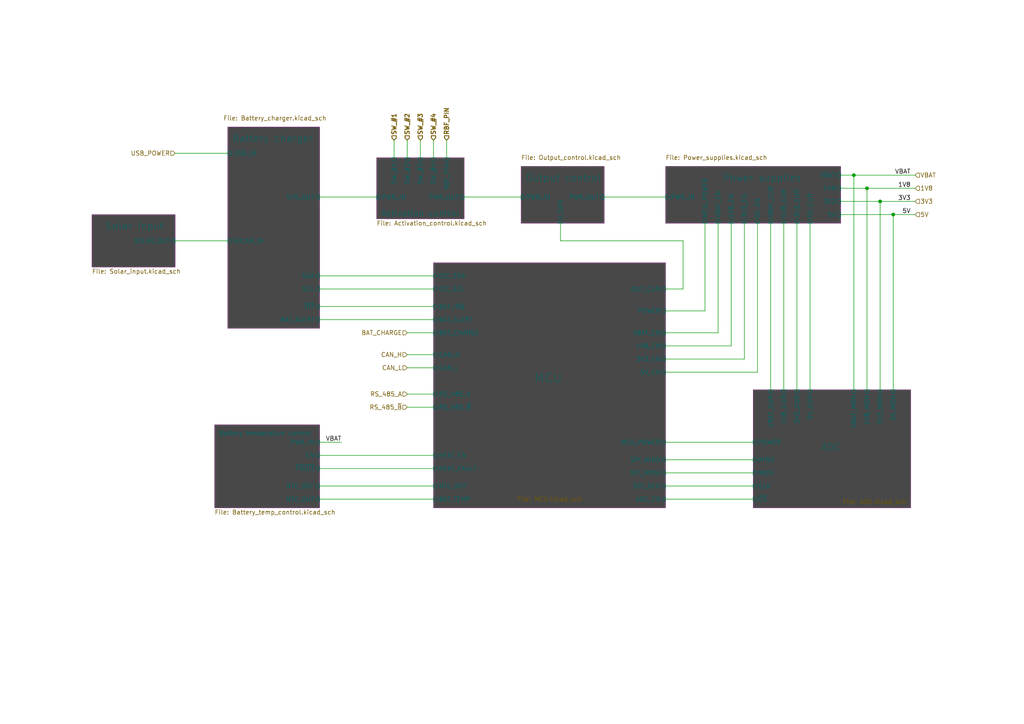
<source format=kicad_sch>
(kicad_sch (version 20210621) (generator eeschema)
  (paper "A4")
  (title_block (title "BUTCube - EPS") (date "2021-06-01") (rev "v1.0") (company "VUT - FIT(STRaDe) & FME(IAE & IPE)") (comment 1 "Author: Petr Malaník"))
  (lib_symbols)
  (junction (at 247.65 50.8) (diameter 0.9144))
  (junction (at 251.46 54.61) (diameter 0.9144))
  (junction (at 255.27 58.42) (diameter 0.9144))
  (junction (at 259.08 62.23) (diameter 0.9144))
  (wire (pts (xy 50.8 44.45) (xy 66.04 44.45)))
  (wire (pts (xy 50.8 69.85) (xy 66.04 69.85)))
  (wire (pts (xy 92.71 57.15) (xy 109.22 57.15)))
  (wire (pts (xy 92.71 80.01) (xy 125.73 80.01)))
  (wire (pts (xy 92.71 83.82) (xy 125.73 83.82)))
  (wire (pts (xy 92.71 88.9) (xy 125.73 88.9)))
  (wire (pts (xy 92.71 92.71) (xy 125.73 92.71)))
  (wire (pts (xy 92.71 128.27) (xy 99.06 128.27)))
  (wire (pts (xy 92.71 132.08) (xy 125.73 132.08)))
  (wire (pts (xy 92.71 135.89) (xy 125.73 135.89)))
  (wire (pts (xy 92.71 140.97) (xy 125.73 140.97)))
  (wire (pts (xy 92.71 144.78) (xy 125.73 144.78)))
  (wire (pts (xy 114.3 40.64) (xy 114.3 45.72)))
  (wire (pts (xy 118.11 40.64) (xy 118.11 45.72)))
  (wire (pts (xy 118.11 96.52) (xy 125.73 96.52)))
  (wire (pts (xy 118.11 102.87) (xy 125.73 102.87)))
  (wire (pts (xy 118.11 106.68) (xy 125.73 106.68)))
  (wire (pts (xy 118.11 114.3) (xy 125.73 114.3)))
  (wire (pts (xy 118.11 118.11) (xy 125.73 118.11)))
  (wire (pts (xy 121.92 40.64) (xy 121.92 45.72)))
  (wire (pts (xy 125.73 40.64) (xy 125.73 45.72)))
  (wire (pts (xy 129.54 40.64) (xy 129.54 45.72)))
  (wire (pts (xy 134.62 57.15) (xy 151.13 57.15)))
  (wire (pts (xy 162.56 64.77) (xy 162.56 69.85)))
  (wire (pts (xy 162.56 69.85) (xy 198.12 69.85)))
  (wire (pts (xy 175.26 57.15) (xy 193.04 57.15)))
  (wire (pts (xy 193.04 83.82) (xy 198.12 83.82)))
  (wire (pts (xy 193.04 90.17) (xy 204.47 90.17)))
  (wire (pts (xy 193.04 96.52) (xy 208.28 96.52)))
  (wire (pts (xy 193.04 100.33) (xy 212.09 100.33)))
  (wire (pts (xy 193.04 104.14) (xy 215.9 104.14)))
  (wire (pts (xy 193.04 107.95) (xy 219.71 107.95)))
  (wire (pts (xy 193.04 128.27) (xy 218.44 128.27)))
  (wire (pts (xy 193.04 133.35) (xy 218.44 133.35)))
  (wire (pts (xy 193.04 137.16) (xy 218.44 137.16)))
  (wire (pts (xy 193.04 140.97) (xy 218.44 140.97)))
  (wire (pts (xy 193.04 144.78) (xy 218.44 144.78)))
  (wire (pts (xy 198.12 69.85) (xy 198.12 83.82)))
  (wire (pts (xy 204.47 64.77) (xy 204.47 90.17)))
  (wire (pts (xy 208.28 64.77) (xy 208.28 96.52)))
  (wire (pts (xy 212.09 64.77) (xy 212.09 100.33)))
  (wire (pts (xy 215.9 64.77) (xy 215.9 104.14)))
  (wire (pts (xy 219.71 64.77) (xy 219.71 107.95)))
  (wire (pts (xy 223.52 64.77) (xy 223.52 113.03)))
  (wire (pts (xy 227.33 64.77) (xy 227.33 113.03)))
  (wire (pts (xy 231.14 64.77) (xy 231.14 113.03)))
  (wire (pts (xy 234.95 64.77) (xy 234.95 113.03)))
  (wire (pts (xy 243.84 50.8) (xy 247.65 50.8)))
  (wire (pts (xy 243.84 54.61) (xy 251.46 54.61)))
  (wire (pts (xy 243.84 58.42) (xy 255.27 58.42)))
  (wire (pts (xy 243.84 62.23) (xy 259.08 62.23)))
  (wire (pts (xy 247.65 50.8) (xy 247.65 113.03)))
  (wire (pts (xy 247.65 50.8) (xy 265.43 50.8)))
  (wire (pts (xy 251.46 54.61) (xy 251.46 113.03)))
  (wire (pts (xy 251.46 54.61) (xy 265.43 54.61)))
  (wire (pts (xy 255.27 58.42) (xy 255.27 113.03)))
  (wire (pts (xy 255.27 58.42) (xy 265.43 58.42)))
  (wire (pts (xy 259.08 62.23) (xy 259.08 113.03)))
  (wire (pts (xy 259.08 62.23) (xy 265.43 62.23)))
  (label "VBAT" (at 99.06 128.27 180))
  (label "VBAT" (at 264.16 50.8 180))
  (label "1V8" (at 264.16 54.61 180))
  (label "3V3" (at 264.16 58.42 180))
  (label "5V" (at 264.16 62.23 180))
  (hierarchical_label "USB_POWER" (shape input) (at 50.8 44.45 180))
  (hierarchical_label "SW_#1" (shape input) (at 114.3 40.64 90) (effects (font (thickness 0.254))))
  (hierarchical_label "SW_#2" (shape input) (at 118.11 40.64 90) (effects (font (thickness 0.254))))
  (hierarchical_label "BAT_CHARGE" (shape input) (at 118.11 96.52 180))
  (hierarchical_label "CAN_H" (shape input) (at 118.11 102.87 180))
  (hierarchical_label "CAN_L" (shape input) (at 118.11 106.68 180))
  (hierarchical_label "RS_485_A" (shape input) (at 118.11 114.3 180))
  (hierarchical_label "RS_485_~{B}" (shape input) (at 118.11 118.11 180))
  (hierarchical_label "SW_#3" (shape input) (at 121.92 40.64 90) (effects (font (thickness 0.254))))
  (hierarchical_label "SW_#4" (shape input) (at 125.73 40.64 90) (effects (font (thickness 0.254))))
  (hierarchical_label "RBF_PIN" (shape input) (at 129.54 40.64 90) (effects (font (thickness 0.254))))
  (hierarchical_label "VBAT" (shape input) (at 265.43 50.8 0))
  (hierarchical_label "1V8" (shape input) (at 265.43 54.61 0))
  (hierarchical_label "3V3" (shape input) (at 265.43 58.42 0))
  (hierarchical_label "5V" (shape input) (at 265.43 62.23 0))
  (sheet (at 218.44 113.03) (size 45.72 34.29) (stroke (width 0.001) (color 132 0 132 1)) (fill (color 72 72 72 1.0000))
    (property "Sheet name" "ADC" (at 238.1241 130.81 0) (effects (font (size 2 2)) (justify left bottom)))
    (property "Sheet file" "ADC.kicad_sch" (at 244.3489 144.78 0) (effects (justify left top)))
    (pin "VBAT_MON" input (at 247.65 113.03 90))
    (pin "VBAT_CUR" input (at 223.52 113.03 90))
    (pin "1V8_MON" input (at 251.46 113.03 90))
    (pin "1V8_CUR" input (at 227.33 113.03 90))
    (pin "3V3_MON" input (at 255.27 113.03 90))
    (pin "3V3_CUR" input (at 231.14 113.03 90))
    (pin "5V_MON" input (at 259.08 113.03 90))
    (pin "5V_CUR" input (at 234.95 113.03 90))
    (pin "~{CS}" input (at 218.44 144.78 180))
    (pin "MISO" input (at 218.44 133.35 180))
    (pin "MOSI" input (at 218.44 137.16 180))
    (pin "CLK" input (at 218.44 140.97 180))
    (pin "POWER" input (at 218.44 128.27 180))
  )
  (sheet (at 109.22 45.72) (size 25.4 17.78) (stroke (width 0.001) (color 132 0 132 1)) (fill (color 72 72 72 1.0000))
    (property "Sheet name" "Activation control" (at 110.49 62.8641 0) (effects (font (size 1.7 1.7)) (justify left bottom)))
    (property "Sheet file" "Activation_control.kicad_sch" (at 109.22 64.0089 0) (effects (justify left top)))
    (pin "PWR_IN" input (at 109.22 57.15 180))
    (pin "PWR_OUT" input (at 134.62 57.15 0))
    (pin "SW_#3" input (at 121.92 45.72 90))
    (pin "SW_#4" input (at 125.73 45.72 90))
    (pin "SW_#2" input (at 118.11 45.72 90))
    (pin "SW_#1" input (at 114.3 45.72 90))
    (pin "RBF_PIN" input (at 129.54 45.72 90))
  )
  (sheet (at 66.04 36.83) (size 26.67 58.42) (stroke (width 0.001) (color 132 0 132 1)) (fill (color 72 72 72 1.0000))
    (property "Sheet name" "Battery charger" (at 67.31 41.2741 0) (effects (font (size 2 2)) (justify left bottom)))
    (property "Sheet file" "Battery_charger.kicad_sch" (at 64.77 33.5289 0) (effects (justify left top)))
    (pin "USB_IN" input (at 66.04 44.45 180))
    (pin "SOLAR_IN" input (at 66.04 69.85 180))
    (pin "SYS_OUT" input (at 92.71 57.15 0))
    (pin "SCL" input (at 92.71 83.82 0))
    (pin "~{INT}" input (at 92.71 88.9 0))
    (pin "SDA" input (at 92.71 80.01 0))
    (pin "BAT_ALERT" input (at 92.71 92.71 0))
  )
  (sheet (at 62.23 123.19) (size 30.48 24.13) (stroke (width 0.001) (color 132 0 132 1)) (fill (color 72 72 72 1.0000))
    (property "Sheet name" "Battery temperature control" (at 63.5 126.3641 0) (effects (justify left bottom)))
    (property "Sheet file" "Battery_temp_control.kicad_sch" (at 62.23 147.8289 0) (effects (justify left top)))
    (pin "PWR_IN" input (at 92.71 128.27 0))
    (pin "EN" input (at 92.71 132.08 0))
    (pin "~{FAULT}" input (at 92.71 135.89 0))
    (pin "NTC_REF" input (at 92.71 140.97 0))
    (pin "NTC_OUT" input (at 92.71 144.78 0))
  )
  (sheet (at 125.73 76.2) (size 67.31 71.12) (stroke (width 0.001) (color 132 0 132 1)) (fill (color 72 72 72 1.0000))
    (property "Sheet name" "MCU" (at 154.94 111.1241 0) (effects (font (size 2.5 2.5)) (justify left bottom)))
    (property "Sheet file" "MCU.kicad_sch" (at 149.86 144.0189 0) (effects (justify left top)))
    (pin "CAN_H" input (at 125.73 102.87 180))
    (pin "CAN_L" input (at 125.73 106.68 180))
    (pin "POWER" input (at 193.04 90.17 0))
    (pin "3V3_EN" input (at 193.04 104.14 0))
    (pin "5V_EN" input (at 193.04 107.95 0))
    (pin "1V8_EN" input (at 193.04 100.33 0))
    (pin "VBAT_EN" input (at 193.04 96.52 0))
    (pin "BAT_CHARGE" input (at 125.73 96.52 180))
    (pin "RS_485_~{B}" input (at 125.73 118.11 180))
    (pin "RS_485_A" input (at 125.73 114.3 180))
    (pin "BAT_TEMP" input (at 125.73 144.78 180))
    (pin "I2C_SCL" input (at 125.73 83.82 180))
    (pin "I2C_SDA" input (at 125.73 80.01 180))
    (pin "BAT_ALERT" input (at 125.73 92.71 180))
    (pin "BAT_IRQ" input (at 125.73 88.9 180))
    (pin "HEAT_EN" input (at 125.73 132.08 180))
    (pin "HEAT_FAULT" input (at 125.73 135.89 180))
    (pin "OUT_CUR" input (at 193.04 83.82 0))
    (pin "MCU_POWER" input (at 193.04 128.27 0))
    (pin "ADC_CS" input (at 193.04 144.78 0))
    (pin "SPI_SCK" input (at 193.04 140.97 0))
    (pin "SPI_MISO" input (at 193.04 133.35 0))
    (pin "SPI_MOSI" input (at 193.04 137.16 0))
    (pin "NTC_REF" input (at 125.73 140.97 180))
  )
  (sheet (at 151.13 48.26) (size 24.13 16.51) (stroke (width 0.001) (color 132 0 132 1)) (fill (color 72 72 72 1.0000))
    (property "Sheet name" "Output control" (at 152.4 52.7041 0) (effects (font (size 2 2)) (justify left bottom)))
    (property "Sheet file" "Output_control.kicad_sch" (at 151.13 44.9589 0) (effects (justify left top)))
    (pin "PWR_IN" input (at 151.13 57.15 180))
    (pin "PWR_OUT" input (at 175.26 57.15 0))
    (pin "I_SEN" input (at 162.56 64.77 270))
  )
  (sheet (at 193.04 48.26) (size 50.8 16.51) (stroke (width 0.001) (color 132 0 132 1)) (fill (color 72 72 72 1.0000))
    (property "Sheet name" "Power supplies" (at 209.55 52.7041 0) (effects (font (size 2 2)) (justify left bottom)))
    (property "Sheet file" "Power_supplies.kicad_sch" (at 193.04 44.9589 0) (effects (justify left top)))
    (pin "PWR_IN" input (at 193.04 57.15 180))
    (pin "5V" input (at 243.84 62.23 0))
    (pin "VBAT" input (at 243.84 50.8 0))
    (pin "1V8" input (at 243.84 54.61 0))
    (pin "3V3" input (at 243.84 58.42 0))
    (pin "3V3_CUR" input (at 231.14 64.77 270))
    (pin "5V_CUR" input (at 234.95 64.77 270))
    (pin "VBAT_CUR" input (at 223.52 64.77 270))
    (pin "1V8_CUR" input (at 227.33 64.77 270))
    (pin "3V3_EN" input (at 215.9 64.77 270))
    (pin "MCU_POWER" input (at 204.47 64.77 270))
    (pin "VBAT_EN" input (at 208.28 64.77 270))
    (pin "1V8_EN" input (at 212.09 64.77 270))
    (pin "5V_EN" input (at 219.71 64.77 270))
  )
  (sheet (at 26.67 62.23) (size 24.13 15.24) (stroke (width 0.001) (color 132 0 132 1)) (fill (color 72 72 72 1.0000))
    (property "Sheet name" "Solar input" (at 30.48 66.6741 0) (effects (font (size 2 2)) (justify left bottom)))
    (property "Sheet file" "Solar_input.kicad_sch" (at 26.67 77.9789 0) (effects (justify left top)))
    (pin "SOLAR_OUT" input (at 50.8 69.85 0))
  )
)
</source>
